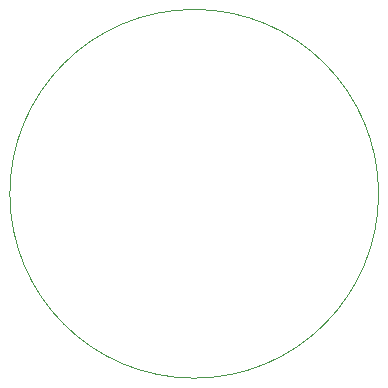
<source format=gm1>
G04 #@! TF.FileFunction,Profile,NP*
%FSLAX46Y46*%
G04 Gerber Fmt 4.6, Leading zero omitted, Abs format (unit mm)*
G04 Created by KiCad (PCBNEW (2015-11-29 BZR 6336, Git 7b0d981)-product) date Po 7. prosinec 2015, 17:54:50 CET*
%MOMM*%
G01*
G04 APERTURE LIST*
%ADD10C,0.100000*%
G04 APERTURE END LIST*
D10*
X128639892Y-97536000D02*
G75*
G03X128639892Y-97536000I-15609892J0D01*
G01*
M02*

</source>
